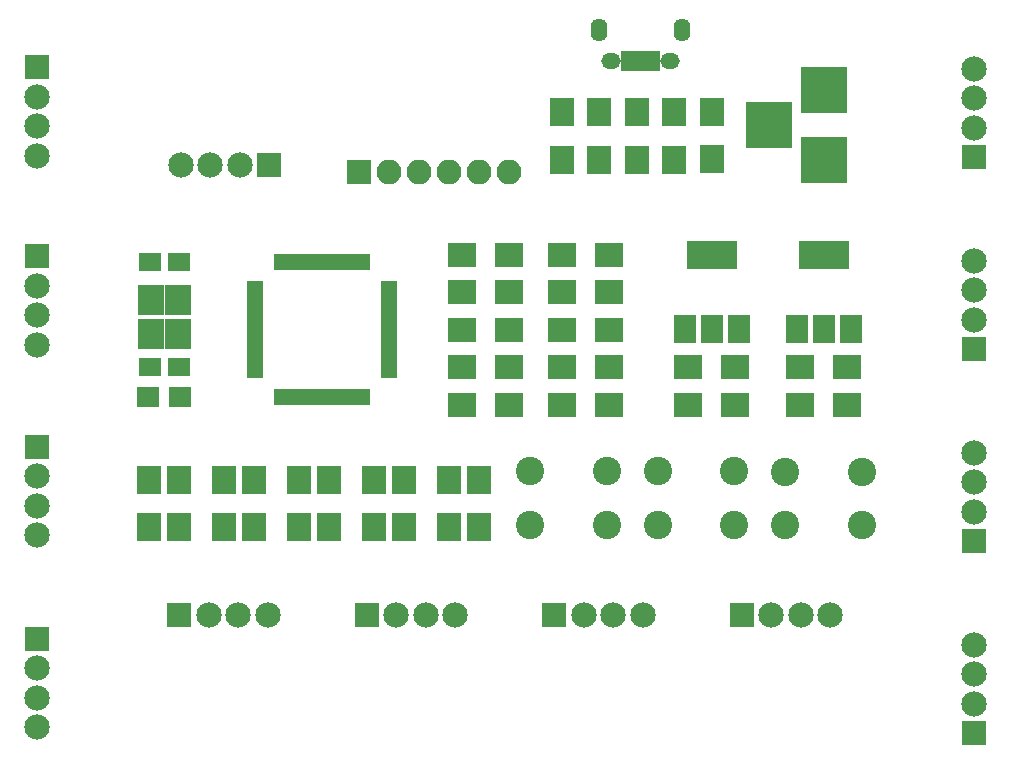
<source format=gbr>
G04 #@! TF.FileFunction,Soldermask,Top*
%FSLAX46Y46*%
G04 Gerber Fmt 4.6, Leading zero omitted, Abs format (unit mm)*
G04 Created by KiCad (PCBNEW 4.0.7) date Thu Oct  5 08:26:23 2017*
%MOMM*%
%LPD*%
G01*
G04 APERTURE LIST*
%ADD10C,0.100000*%
%ADD11C,2.400000*%
%ADD12R,2.400000X2.000000*%
%ADD13R,1.400000X0.650000*%
%ADD14R,0.650000X1.400000*%
%ADD15R,2.100000X2.400000*%
%ADD16R,2.150000X2.150000*%
%ADD17C,2.150000*%
%ADD18R,2.400000X2.100000*%
%ADD19R,1.900000X1.650000*%
%ADD20R,0.800000X1.750000*%
%ADD21O,1.650000X1.350000*%
%ADD22O,1.400000X1.950000*%
%ADD23R,4.200000X2.400000*%
%ADD24R,1.900000X2.400000*%
%ADD25R,2.200000X2.500000*%
%ADD26R,3.900000X3.900000*%
%ADD27R,2.100000X2.100000*%
%ADD28O,2.100000X2.100000*%
%ADD29R,1.900000X1.700000*%
G04 APERTURE END LIST*
D10*
D11*
X163045000Y-113030000D03*
X163045000Y-108530000D03*
X169545000Y-113030000D03*
X169545000Y-108530000D03*
D12*
X169640000Y-99695000D03*
X165640000Y-99695000D03*
D13*
X128935000Y-92785000D03*
X128935000Y-93285000D03*
X128935000Y-93785000D03*
X128935000Y-94285000D03*
X128935000Y-94785000D03*
X128935000Y-95285000D03*
X128935000Y-95785000D03*
X128935000Y-96285000D03*
X128935000Y-96785000D03*
X128935000Y-97285000D03*
X128935000Y-97785000D03*
X128935000Y-98285000D03*
X128935000Y-98785000D03*
X128935000Y-99285000D03*
X128935000Y-99785000D03*
X128935000Y-100285000D03*
D14*
X130885000Y-102235000D03*
X131385000Y-102235000D03*
X131885000Y-102235000D03*
X132385000Y-102235000D03*
X132885000Y-102235000D03*
X133385000Y-102235000D03*
X133885000Y-102235000D03*
X134385000Y-102235000D03*
X134885000Y-102235000D03*
X135385000Y-102235000D03*
X135885000Y-102235000D03*
X136385000Y-102235000D03*
X136885000Y-102235000D03*
X137385000Y-102235000D03*
X137885000Y-102235000D03*
X138385000Y-102235000D03*
D13*
X140335000Y-100285000D03*
X140335000Y-99785000D03*
X140335000Y-99285000D03*
X140335000Y-98785000D03*
X140335000Y-98285000D03*
X140335000Y-97785000D03*
X140335000Y-97285000D03*
X140335000Y-96785000D03*
X140335000Y-96285000D03*
X140335000Y-95785000D03*
X140335000Y-95285000D03*
X140335000Y-94785000D03*
X140335000Y-94285000D03*
X140335000Y-93785000D03*
X140335000Y-93285000D03*
X140335000Y-92785000D03*
D14*
X138385000Y-90835000D03*
X137885000Y-90835000D03*
X137385000Y-90835000D03*
X136885000Y-90835000D03*
X136385000Y-90835000D03*
X135885000Y-90835000D03*
X135385000Y-90835000D03*
X134885000Y-90835000D03*
X134385000Y-90835000D03*
X133885000Y-90835000D03*
X133385000Y-90835000D03*
X132885000Y-90835000D03*
X132385000Y-90835000D03*
X131885000Y-90835000D03*
X131385000Y-90835000D03*
X130885000Y-90835000D03*
D11*
X152250000Y-113030000D03*
X152250000Y-108530000D03*
X158750000Y-113030000D03*
X158750000Y-108530000D03*
D15*
X135255000Y-113220000D03*
X135255000Y-109220000D03*
D16*
X110490000Y-90297000D03*
D17*
X110490000Y-92797000D03*
X110490000Y-95297000D03*
X110490000Y-97797000D03*
D16*
X110490000Y-106419000D03*
D17*
X110490000Y-108919000D03*
X110490000Y-111419000D03*
X110490000Y-113919000D03*
D18*
X150495000Y-93345000D03*
X146495000Y-93345000D03*
D12*
X179070000Y-99695000D03*
X175070000Y-99695000D03*
D19*
X122535000Y-90805000D03*
X120035000Y-90805000D03*
X122535000Y-99695000D03*
X120035000Y-99695000D03*
D15*
X126365000Y-109220000D03*
X126365000Y-113220000D03*
X132715000Y-109220000D03*
X132715000Y-113220000D03*
X139065000Y-109220000D03*
X139065000Y-113220000D03*
X145415000Y-109220000D03*
X145415000Y-113220000D03*
D16*
X189865000Y-81915000D03*
D17*
X189865000Y-79415000D03*
X189865000Y-76915000D03*
X189865000Y-74415000D03*
D16*
X189865000Y-98171000D03*
D17*
X189865000Y-95671000D03*
X189865000Y-93171000D03*
X189865000Y-90671000D03*
D16*
X189865000Y-114427000D03*
D17*
X189865000Y-111927000D03*
X189865000Y-109427000D03*
X189865000Y-106927000D03*
D16*
X189865000Y-130683000D03*
D17*
X189865000Y-128183000D03*
X189865000Y-125683000D03*
X189865000Y-123183000D03*
D16*
X122555000Y-120650000D03*
D17*
X125055000Y-120650000D03*
X127555000Y-120650000D03*
X130055000Y-120650000D03*
D16*
X138430000Y-120650000D03*
D17*
X140930000Y-120650000D03*
X143430000Y-120650000D03*
X145930000Y-120650000D03*
D16*
X154305000Y-120650000D03*
D17*
X156805000Y-120650000D03*
X159305000Y-120650000D03*
X161805000Y-120650000D03*
D16*
X170180000Y-120650000D03*
D17*
X172680000Y-120650000D03*
X175180000Y-120650000D03*
X177680000Y-120650000D03*
D16*
X110490000Y-74295000D03*
D17*
X110490000Y-76795000D03*
X110490000Y-79295000D03*
X110490000Y-81795000D03*
D16*
X110490000Y-122675000D03*
D17*
X110490000Y-125175000D03*
X110490000Y-127675000D03*
X110490000Y-130175000D03*
D20*
X162900000Y-73820000D03*
X162250000Y-73820000D03*
X161600000Y-73820000D03*
X160950000Y-73820000D03*
X160300000Y-73820000D03*
D21*
X164100000Y-73820000D03*
X159100000Y-73820000D03*
D22*
X165100000Y-71120000D03*
X158100000Y-71120000D03*
D15*
X122555000Y-109220000D03*
X122555000Y-113220000D03*
X147955000Y-113220000D03*
X147955000Y-109220000D03*
X128905000Y-113220000D03*
X128905000Y-109220000D03*
X141605000Y-113220000D03*
X141605000Y-109220000D03*
X164465000Y-82137000D03*
X164465000Y-78137000D03*
X158115000Y-82137000D03*
X158115000Y-78137000D03*
X161290000Y-82137000D03*
X161290000Y-78137000D03*
X154940000Y-82137000D03*
X154940000Y-78137000D03*
D18*
X154940000Y-90170000D03*
X158940000Y-90170000D03*
X154940000Y-102870000D03*
X158940000Y-102870000D03*
X150495000Y-96520000D03*
X146495000Y-96520000D03*
X158940000Y-96520000D03*
X154940000Y-96520000D03*
X146495000Y-90170000D03*
X150495000Y-90170000D03*
X146495000Y-102870000D03*
X150495000Y-102870000D03*
X146495000Y-99695000D03*
X150495000Y-99695000D03*
X158940000Y-93345000D03*
X154940000Y-93345000D03*
D11*
X173840000Y-113085000D03*
X173840000Y-108585000D03*
X180340000Y-113085000D03*
X180340000Y-108585000D03*
D23*
X167665000Y-90195000D03*
D24*
X167665000Y-96495000D03*
X169965000Y-96495000D03*
X165365000Y-96495000D03*
D25*
X120135000Y-93980000D03*
X120135000Y-96880000D03*
X122435000Y-96880000D03*
X122435000Y-93980000D03*
D15*
X120015000Y-109243684D03*
X120015000Y-113243684D03*
D16*
X130175000Y-82550000D03*
D17*
X127675000Y-82550000D03*
X125175000Y-82550000D03*
X122675000Y-82550000D03*
D12*
X154940000Y-99695000D03*
X158940000Y-99695000D03*
D26*
X177165000Y-82200000D03*
X177165000Y-76200000D03*
X172465000Y-79200000D03*
D23*
X177165000Y-90195000D03*
D24*
X177165000Y-96495000D03*
X179465000Y-96495000D03*
X174865000Y-96495000D03*
D15*
X167640000Y-78105000D03*
X167640000Y-82105000D03*
D27*
X137795000Y-83185000D03*
D28*
X140335000Y-83185000D03*
X142875000Y-83185000D03*
X145415000Y-83185000D03*
X147955000Y-83185000D03*
X150495000Y-83185000D03*
D12*
X169624000Y-102870000D03*
X165624000Y-102870000D03*
X179070000Y-102870000D03*
X175070000Y-102870000D03*
D29*
X122635000Y-102235000D03*
X119935000Y-102235000D03*
M02*

</source>
